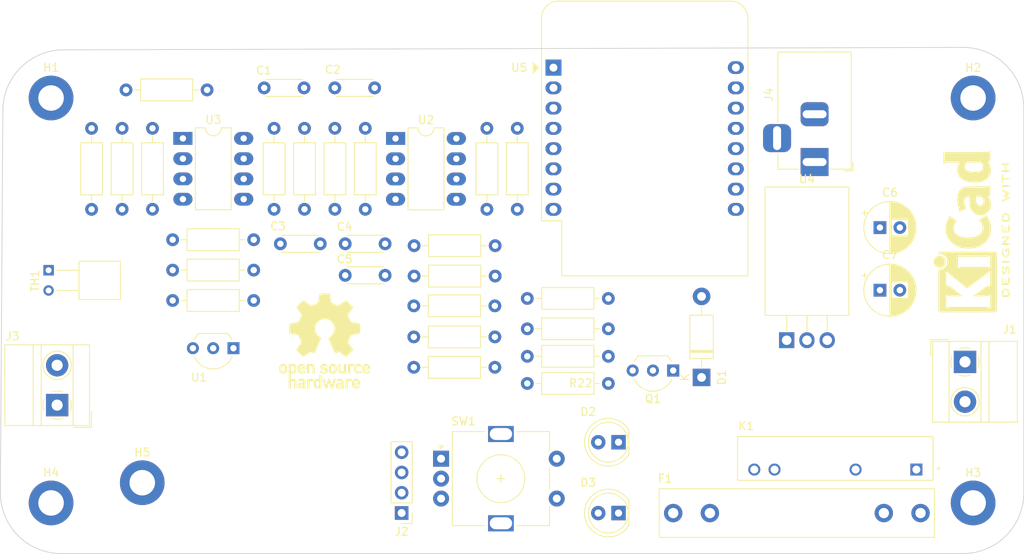
<source format=kicad_pcb>
(kicad_pcb (version 20221018) (generator pcbnew)
  (layers (0 "F.Cu" signal) (31 "B.Cu" signal) (34 "B.Paste" user) (35 "F.Paste" user) (36 "B.SilkS" user "B.Silkscreen") (37 "F.SilkS" user "F.Silkscreen") (38 "B.Mask" user) (39 "F.Mask" user) (44 "Edge.Cuts" user))
  (net 0 "")
  (net 1 "GND")
  (net 2 "/ENC_A")
  (net 3 "/ENC_B")
  (net 4 "Net-(D1-K)")
  (net 5 "+5V")
  (net 6 "AC")
  (net 7 "Net-(J1-Pin_2)")
  (net 8 "/OLED_SCL")
  (net 9 "/OLED_SDA")
  (net 10 "Net-(Q1-B)")
  (net 11 "+2V5")
  (net 12 "/pt100_out")
  (net 13 "/SSR_in")
  (net 14 "Net-(R16-Pad1)")
  (net 15 "/ENC_SW")
  (net 16 "/Sallen-Key_out")
  (net 17 "Net-(C1-Pad1)")
  (net 18 "Net-(C1-Pad2)")
  (net 19 "Net-(U3A-+)")
  (net 20 "Net-(U2A-+)")
  (net 21 "Net-(R3-Pad2)")
  (net 22 "Net-(U2B--)")
  (net 23 "Net-(U2A--)")
  (net 24 "Net-(R10-Pad1)")
  (net 25 "Net-(U3B-+)")
  (net 26 "Net-(U3A--)")
  (net 27 "Net-(R17-Pad1)")
  (net 35 "Net-(D2-A)")
  (net 36 "Net-(D3-A)")
  (net 37 "Net-(K1-L2)")
  (net 38 "Net-(K1-+)")
  (net 39 "Net-(U4-IN)")
  (footprint "Resistor_THT:R_Axial_DIN0207_L6.3mm_D2.5mm_P10.16mm_Horizontal" (layer "F.Cu") (at 110.49 71.12)
    (fp_text reference "R10" hide)
    (fp_text value "5.1K")
    (pad "1" thru_hole circle (at 0 0) (size 1.6 1.6) (drill 0.8) (layers "*.Cu" "*.Mask") (net 24 "Net-(R10-Pad1)"))
    (pad "2" thru_hole oval (at 10.16 0) (size 1.6 1.6) (drill 0.8) (layers "*.Cu" "*.Mask") (net 25 "Net-(U3B-+)"))
  )
  (footprint "Resistor_THT:R_Axial_DIN0207_L6.3mm_D2.5mm_P10.16mm_Horizontal" (layer "F.Cu") (at 140.716 83.312)
    (fp_text reference "R21" hide)
    (fp_text value "10k")
    (pad "1" thru_hole circle (at 0 0) (size 1.6 1.6) (drill 0.8) (layers "*.Cu" "*.Mask") (net 27 "Net-(R17-Pad1)"))
    (pad "2" thru_hole oval (at 10.16 0) (size 1.6 1.6) (drill 0.8) (layers "*.Cu" "*.Mask") (net 3 "/ENC_B"))
  )
  (footprint "Resistor_THT:R_Axial_DIN0207_L6.3mm_D2.5mm_P10.16mm_Horizontal" (layer "F.Cu") (at 165.1 89.149329 180)
    (fp_text reference "R22" (at 3.469346 0.040267) (layer "F.SilkS"))
    (fp_text value "1k" hide)
    (pad "1" thru_hole circle (at 0 0 180) (size 1.6 1.6) (drill 0.8) (layers "*.Cu" "*.Mask") (net 36 "Net-(D3-A)"))
    (pad "2" thru_hole oval (at 10.16 0 180) (size 1.6 1.6) (drill 0.8) (layers "*.Cu" "*.Mask") (net 5 "+5V"))
  )
  (footprint "Resistor_THT:R_Axial_DIN0207_L6.3mm_D2.5mm_P10.16mm_Horizontal" (layer "F.Cu") (at 127.015 67.3 90)
    (fp_text reference "R2" hide)
    (fp_text value "25k")
    (pad "1" thru_hole circle (at 0 0 90) (size 1.6 1.6) (drill 0.8) (layers "*.Cu" "*.Mask") (net 11 "+2V5"))
    (pad "2" thru_hole oval (at 10.16 0 90) (size 1.6 1.6) (drill 0.8) (layers "*.Cu" "*.Mask") (net 20 "Net-(U2A-+)"))
  )
  (footprint "Package_TO_SOT_THT:TO-92-2_Horizontal2" (layer "F.Cu") (at 94.94 74.945 -90)
    (fp_text reference "TH1" (at 1.35 1.7 90) (layer "F.SilkS"))
    (fp_text value "PT100")
    (pad "1" thru_hole rect (at 0 0 180) (size 1.3 1.3) (drill 0.75) (layers "*.Cu" "*.Mask") (net 12 "/pt100_out"))
    (pad "2" thru_hole circle (at 2.54 0 180) (size 1.3 1.3) (drill 0.75) (layers "*.Cu" "*.Mask") (net 1 "GND"))
  )
  (footprint "MountingHole:MountingHole_3.2mm_M3_DIN965_Pad" (layer "F.Cu") (at 95.25 53.34)
    (fp_text reference "H1" (at 0 -3.8) (layer "F.SilkS"))
    (fp_text value "MountingHole_Pad" hide)
    (pad "1" thru_hole circle (at 0 0) (size 5.6 5.6) (drill 3.2) (layers "*.Cu" "*.Mask"))
  )
  (footprint "Package_DIP:DIP-8_W7.62mm_LongPads" (layer "F.Cu") (at 111.775 58.41)
    (fp_text reference "U3" (at 3.81 -2.33) (layer "F.SilkS"))
    (fp_text value "OPA2134")
    (pad "1" thru_hole rect (at 0 0) (size 2.4 1.6) (drill 0.8) (layers "*.Cu" "*.Mask") (net 24 "Net-(R10-Pad1)"))
    (pad "2" thru_hole oval (at 0 2.54) (size 2.4 1.6) (drill 0.8) (layers "*.Cu" "*.Mask") (net 26 "Net-(U3A--)"))
    (pad "3" thru_hole oval (at 0 5.08) (size 2.4 1.6) (drill 0.8) (layers "*.Cu" "*.Mask") (net 19 "Net-(U3A-+)"))
    (pad "4" thru_hole oval (at 0 7.62) (size 2.4 1.6) (drill 0.8) (layers "*.Cu" "*.Mask") (net 1 "GND"))
    (pad "5" thru_hole oval (at 7.62 7.62) (size 2.4 1.6) (drill 0.8) (layers "*.Cu" "*.Mask") (net 25 "Net-(U3B-+)"))
    (pad "6" thru_hole oval (at 7.62 5.08) (size 2.4 1.6) (drill 0.8) (layers "*.Cu" "*.Mask") (net 16 "/Sallen-Key_out"))
    (pad "7" thru_hole oval (at 7.62 2.54) (size 2.4 1.6) (drill 0.8) (layers "*.Cu" "*.Mask") (net 16 "/Sallen-Key_out"))
    (pad "8" thru_hole oval (at 7.62 0) (size 2.4 1.6) (drill 0.8) (layers "*.Cu" "*.Mask") (net 5 "+5V"))
  )
  (footprint "Resistor_THT:R_Axial_DIN0207_L6.3mm_D2.5mm_P10.16mm_Horizontal" (layer "F.Cu") (at 140.755639 71.865713)
    (fp_text reference "R16" hide)
    (fp_text value "10k")
    (pad "1" thru_hole circle (at 0 0) (size 1.6 1.6) (drill 0.8) (layers "*.Cu" "*.Mask") (net 14 "Net-(R16-Pad1)"))
    (pad "2" thru_hole oval (at 10.16 0) (size 1.6 1.6) (drill 0.8) (layers "*.Cu" "*.Mask") (net 5 "+5V"))
  )
  (footprint "Resistor_THT:R_Axial_DIN0207_L6.3mm_D2.5mm_P10.16mm_Horizontal" (layer "F.Cu") (at 154.94 85.746)
    (fp_text reference "R18" hide)
    (fp_text value "1k")
    (pad "1" thru_hole circle (at 0 0) (size 1.6 1.6) (drill 0.8) (layers "*.Cu" "*.Mask") (net 35 "Net-(D2-A)"))
    (pad "2" thru_hole oval (at 10.16 0) (size 1.6 1.6) (drill 0.8) (layers "*.Cu" "*.Mask") (net 38 "Net-(K1-+)"))
  )
  (footprint "LED_THT:LED_D5.0mm" (layer "F.Cu") (at 166.375 96.52 180)
    (fp_text reference "D2" (at 3.81 3.81) (layer "F.SilkS"))
    (fp_text value "SSR")
    (pad "1" thru_hole rect (at 0 0 180) (size 1.8 1.8) (drill 0.9) (layers "*.Cu" "*.Mask") (net 1 "GND"))
    (pad "2" thru_hole circle (at 2.54 0 180) (size 1.8 1.8) (drill 0.9) (layers "*.Cu" "*.Mask") (net 35 "Net-(D2-A)"))
  )
  (footprint "Capacitor_THT:C_Disc_D4.3mm_W1.9mm_P5.00mm" (layer "F.Cu") (at 132.12 71.628)
    (fp_text reference "C4" (at -0.08 -2.138) (layer "F.SilkS"))
    (fp_text value "10nF")
    (pad "1" thru_hole circle (at 0 0) (size 1.6 1.6) (drill 0.8) (layers "*.Cu" "*.Mask") (net 2 "/ENC_A"))
    (pad "2" thru_hole circle (at 5 0) (size 1.6 1.6) (drill 0.8) (layers "*.Cu" "*.Mask") (net 1 "GND"))
  )
  (footprint "Module:WEMOS_D1_mini_light" (layer "F.Cu") (at 158.219 49.53)
    (fp_text reference "U5" (at -4.295 0) (layer "F.SilkS"))
    (fp_text value "WeMos_D1_mini")
    (pad "1" thru_hole rect (at 0 0) (size 2 2) (drill 1) (layers "*.Cu" "*.Mask"))
    (pad "2" thru_hole oval (at 0 2.54) (size 2 1.6) (drill 1) (layers "*.Cu" "*.Mask") (net 16 "/Sallen-Key_out"))
    (pad "3" thru_hole oval (at 0 5.08) (size 2 1.6) (drill 1) (layers "*.Cu" "*.Mask") (net 13 "/SSR_in"))
    (pad "4" thru_hole oval (at 0 7.62) (size 2 1.6) (drill 1) (layers "*.Cu" "*.Mask"))
    (pad "5" thru_hole oval (at 0 10.16) (size 2 1.6) (drill 1) (layers "*.Cu" "*.Mask"))
    (pad "6" thru_hole oval (at 0 12.7) (size 2 1.6) (drill 1) (layers "*.Cu" "*.Mask"))
    (pad "7" thru_hole oval (at 0 15.24) (size 2 1.6) (drill 1) (layers "*.Cu" "*.Mask") (net 15 "/ENC_SW"))
    (pad "8" thru_hole oval (at 0 17.78) (size 2 1.6) (drill 1) (layers "*.Cu" "*.Mask"))
    (pad "9" thru_hole oval (at 22.86 17.78) (size 2 1.6) (drill 1) (layers "*.Cu" "*.Mask") (net 5 "+5V"))
    (pad "10" thru_hole oval (at 22.86 15.24) (size 2 1.6) (drill 1) (layers "*.Cu" "*.Mask") (net 1 "GND"))
    (pad "11" thru_hole oval (at 22.86 12.7) (size 2 1.6) (drill 1) (layers "*.Cu" "*.Mask") (net 3 "/ENC_B"))
    (pad "12" thru_hole oval (at 22.86 10.16) (size 2 1.6) (drill 1) (layers "*.Cu" "*.Mask") (net 2 "/ENC_A"))
    (pad "13" thru_hole oval (at 22.86 7.62) (size 2 1.6) (drill 1) (layers "*.Cu" "*.Mask") (net 9 "/OLED_SDA"))
    (pad "14" thru_hole oval (at 22.86 5.08) (size 2 1.6) (drill 1) (layers "*.Cu" "*.Mask") (net 8 "/OLED_SCL"))
    (pad "15" thru_hole oval (at 22.86 2.54) (size 2 1.6) (drill 1) (layers "*.Cu" "*.Mask"))
    (pad "16" thru_hole oval (at 22.86 0) (size 2 1.6) (drill 1) (layers "*.Cu" "*.Mask"))
  )
  (footprint "Connector_BarrelJack:BarrelJack_Horizontal" (layer "F.Cu") (at 190.9495 61.372 -90)
    (fp_text reference "J4" (at -8.45 5.75 90) (layer "F.SilkS"))
    (fp_text value "Barrel_Jack_Switch_Pin3Ring" hide)
    (pad "1" thru_hole rect (at 0 0 270) (size 3.5 3.5) (drill oval 1 3) (layers "*.Cu" "*.Mask") (net 39 "Net-(U4-IN)"))
    (pad "2" thru_hole roundrect (at -6 0 270) (size 3 3.5) (drill oval 1 3) (layers "*.Cu" "*.Mask") (net 1 "GND"))
    (pad "3" thru_hole roundrect (at -3 4.7 270) (size 3.5 3.5) (drill oval 3 1) (layers "*.Cu" "*.Mask") (net 1 "GND"))
  )
  (footprint "Package_DIP:DIP-8_W7.62mm_LongPads" (layer "F.Cu") (at 138.43 58.42)
    (fp_text reference "U2" (at 3.81 -2.33) (layer "F.SilkS"))
    (fp_text value "OPA2134")
    (pad "1" thru_hole rect (at 0 0) (size 2.4 1.6) (drill 0.8) (layers "*.Cu" "*.Mask") (net 21 "Net-(R3-Pad2)"))
    (pad "2" thru_hole oval (at 0 2.54) (size 2.4 1.6) (drill 0.8) (layers "*.Cu" "*.Mask") (net 23 "Net-(U2A--)"))
    (pad "3" thru_hole oval (at 0 5.08) (size 2.4 1.6) (drill 0.8) (layers "*.Cu" "*.Mask") (net 20 "Net-(U2A-+)"))
    (pad "4" thru_hole oval (at 0 7.62) (size 2.4 1.6) (drill 0.8) (layers "*.Cu" "*.Mask") (net 1 "GND"))
    (pad "5" thru_hole oval (at 7.62 7.62) (size 2.4 1.6) (drill 0.8) (layers "*.Cu" "*.Mask") (net 12 "/pt100_out"))
    (pad "6" thru_hole oval (at 7.62 5.08) (size 2.4 1.6) (drill 0.8) (layers "*.Cu" "*.Mask") (net 22 "Net-(U2B--)"))
    (pad "7" thru_hole oval (at 7.62 2.54) (size 2.4 1.6) (drill 0.8) (layers "*.Cu" "*.Mask") (net 22 "Net-(U2B--)"))
    (pad "8" thru_hole oval (at 7.62 0) (size 2.4 1.6) (drill 0.8) (layers "*.Cu" "*.Mask") (net 5 "+5V"))
  )
  (footprint "Resistor_THT:R_Axial_DIN0207_L6.3mm_D2.5mm_P10.16mm_Horizontal" (layer "F.Cu") (at 107.965 67.3 90)
    (fp_text reference "R9" hide)
    (fp_text value "107k")
    (pad "1" thru_hole circle (at 0 0 90) (size 1.6 1.6) (drill 0.8) (layers "*.Cu" "*.Mask") (net 19 "Net-(U3A-+)"))
    (pad "2" thru_hole oval (at 10.16 0 90) (size 1.6 1.6) (drill 0.8) (layers "*.Cu" "*.Mask") (net 18 "Net-(C1-Pad2)"))
  )
  (footprint "Fuse:Fuseholder_Littelfuse_100_series_5x30mm" (layer "F.Cu") (at 173.228 105.41)
    (fp_text reference "F1" (at -1.016 -4.318 unlocked) (layer "F.SilkS"))
    (fp_text value "Fuse")
    (pad "1" thru_hole circle (at 0 0) (size 2.3 2.3) (drill 1.3) (layers "*.Cu" "*.Mask") (net 37 "Net-(K1-L2)"))
    (pad "1" thru_hole circle (at 4.6 0) (size 2.3 2.3) (drill 1.3) (layers "*.Cu" "*.Mask") (net 37 "Net-(K1-L2)"))
    (pad "2" thru_hole circle (at 26.4 0) (size 2.3 2.3) (drill 1.3) (layers "*.Cu" "*.Mask") (net 6 "AC"))
    (pad "2" thru_hole circle (at 31 0) (size 2.3 2.3) (drill 1.3) (layers "*.Cu" "*.Mask") (net 6 "AC"))
  )
  (footprint "Resistor_THT:R_Axial_DIN0207_L6.3mm_D2.5mm_P10.16mm_Horizontal" (layer "F.Cu") (at 104.155 57.14 -90)
    (fp_text reference "R8" hide)
    (fp_text value "17.4k")
    (pad "1" thru_hole circle (at 0 0 270) (size 1.6 1.6) (drill 0.8) (layers "*.Cu" "*.Mask") (net 18 "Net-(C1-Pad2)"))
    (pad "2" thru_hole oval (at 10.16 0 270) (size 1.6 1.6) (drill 0.8) (layers "*.Cu" "*.Mask") (net 12 "/pt100_out"))
  )
  (footprint "Package_TO_SOT_THT:TO-92_Inline_Wide" (layer "F.Cu") (at 118.11 84.73 180)
    (fp_text reference "U1" (at 4.318 -3.662) (layer "F.SilkS"))
    (fp_text value "TL431LP")
    (pad "1" thru_hole rect (at 0 0 180) (size 1.5 1.5) (drill 0.8) (layers "*.Cu" "*.Mask") (net 11 "+2V5"))
    (pad "2" thru_hole circle (at 2.54 0 180) (size 1.5 1.5) (drill 0.8) (layers "*.Cu" "*.Mask") (net 1 "GND"))
    (pad "3" thru_hole circle (at 5.08 0 180) (size 1.5 1.5) (drill 0.8) (layers "*.Cu" "*.Mask") (net 11 "+2V5"))
  )
  (footprint "Resistor_THT:R_Axial_DIN0207_L6.3mm_D2.5mm_P10.16mm_Horizontal" (layer "F.Cu") (at 154.94 78.486)
    (fp_text reference "R14" hide)
    (fp_text value "10k")
    (pad "1" thru_hole circle (at 0 0) (size 1.6 1.6) (drill 0.8) (layers "*.Cu" "*.Mask") (net 10 "Net-(Q1-B)"))
    (pad "2" thru_hole oval (at 10.16 0) (size 1.6 1.6) (drill 0.8) (layers "*.Cu" "*.Mask") (net 4 "Net-(D1-K)"))
  )
  (footprint "MountingHole:MountingHole_3.2mm_M3_DIN965_Pad" (layer "F.Cu") (at 210.82 53.34)
    (fp_text reference "H2" (at 0 -3.8) (layer "F.SilkS"))
    (fp_text value "MountingHole_Pad" hide)
    (pad "1" thru_hole circle (at 0 0) (size 5.6 5.6) (drill 3.2) (layers "*.Cu" "*.Mask"))
  )
  (footprint "Symbol:KiCad-Logo2_8mm_SilkScreen" (layer "F.Cu") (at 209.804 70.104 90)
    (fp_text reference "REF**" hide)
    (fp_text value "KiCad-Logo2_8mm_SilkScreen" hide)
  )
  (footprint "Resistor_THT:R_Axial_DIN0207_L6.3mm_D2.5mm_P10.16mm_Horizontal" (layer "F.Cu") (at 154.94 82.296)
    (fp_text reference "R15" hide)
    (fp_text value "10k")
    (pad "1" thru_hole circle (at 0 0) (size 1.6 1.6) (drill 0.8) (layers "*.Cu" "*.Mask") (net 13 "/SSR_in"))
    (pad "2" thru_hole oval (at 10.16 0) (size 1.6 1.6) (drill 0.8) (layers "*.Cu" "*.Mask") (net 10 "Net-(Q1-B)"))
  )
  (footprint "Diode_THT:D_DO-41_SOD81_P10.16mm_Horizontal" (layer "F.Cu") (at 176.784 88.392 90)
    (fp_text reference "D1" (at 0 2.54 90) (layer "F.SilkS"))
    (fp_text value "1N4001")
    (fp_text user "K" (at 0 -2.1 90) (layer "F.SilkS"))
    (pad "1" thru_hole rect (at 0 0 90) (size 2.2 2.2) (drill 1.1) (layers "*.Cu" "*.Mask") (net 4 "Net-(D1-K)"))
    (pad "2" thru_hole oval (at 10.16 0 90) (size 2.2 2.2) (drill 1.1) (layers "*.Cu" "*.Mask") (net 5 "+5V"))
  )
  (footprint "Capacitor_THT:C_Disc_D4.3mm_W1.9mm_P5.00mm" (layer "F.Cu") (at 123.992 71.628)
    (fp_text reference "C3" (at -0.294 -2.2) (layer "F.SilkS"))
    (fp_text value "180nF")
    (pad "1" thru_hole circle (at 0 0) (size 1.6 1.6) (drill 0.8) (layers "*.Cu" "*.Mask") (net 19 "Net-(U3A-+)"))
    (pad "2" thru_hole circle (at 5 0) (size 1.6 1.6) (drill 0.8) (layers "*.Cu" "*.Mask") (net 1 "GND"))
  )
  (footprint "Package_TO_SOT_THT:TO-220F-3_Horizontal_TabDown" (layer "F.Cu") (at 187.452 83.726)
    (fp_text reference "U4" (at 2.54 -20.22) (layer "F.SilkS"))
    (fp_text value "L7805")
    (pad "" np_thru_hole oval (at 2.54 -15.8) (size 3.5 3.5) (drill 3.5) (layers "*.Cu" "*.Mask"))
    (pad "1" thru_hole rect (at 0 0) (size 1.905 2) (drill 1.2) (layers "*.Cu" "*.Mask") (net 39 "Net-(U4-IN)"))
    (pad "2" thru_hole oval (at 2.54 0) (size 1.905 2) (drill 1.2) (layers "*.Cu" "*.Mask") (net 1 "GND"))
    (pad "3" thru_hole oval (at 5.08 0) (size 1.905 2) (drill 1.2) (layers "*.Cu" "*.Mask") (net 5 "+5V"))
  )
  (footprint "Resistor_THT:R_Axial_DIN0207_L6.3mm_D2.5mm_P10.16mm_Horizontal" (layer "F.Cu") (at 100.33 67.31 90)
    (fp_text reference "R12" hide)
    (fp_text value "3.09k")
    (pad "1" thru_hole circle (at 0 0 90) (size 1.6 1.6) (drill 0.8) (layers "*.Cu" "*.Mask") (net 1 "GND"))
    (pad "2" thru_hole oval (at 10.16 0 90) (size 1.6 1.6) (drill 0.8) (layers "*.Cu" "*.Mask") (net 26 "Net-(U3A--)"))
  )
  (footprint "LED_THT:LED_D5.0mm" (layer "F.Cu") (at 166.375 105.41 180)
    (fp_text reference "D3" (at 3.81 3.81) (layer "F.SilkS"))
    (fp_text value "POWER_LED")
    (pad "1" thru_hole rect (at 0 0 180) (size 1.8 1.8) (drill 0.9) (layers "*.Cu" "*.Mask") (net 1 "GND"))
    (pad "2" thru_hole circle (at 2.54 0 180) (size 1.8 1.8) (drill 0.9) (layers "*.Cu" "*.Mask") (net 36 "Net-(D3-A)"))
  )
  (footprint "Symbol:OSHW-Logo_11.4x12mm_SilkScreen" (layer "F.Cu") (at 129.54 83.82)
    (fp_text reference "REF**" hide)
    (fp_text value "OSHW-Logo_11.4x12mm_SilkScreen" hide)
  )
  (footprint "Resistor_THT:R_Axial_DIN0207_L6.3mm_D2.5mm_P10.16mm_Horizontal" (layer "F.Cu") (at 140.755639 75.675713)
    (fp_text reference "R20" hide)
    (fp_text value "10k")
    (pad "1" thru_hole circle (at 0 0) (size 1.6 1.6) (drill 0.8) (layers "*.Cu" "*.Mask") (net 14 "Net-(R16-Pad1)"))
    (pad "2" thru_hole oval (at 10.16 0) (size 1.6 1.6) (drill 0.8) (layers "*.Cu" "*.Mask") (net 2 "/ENC_A"))
  )
  (footprint "Resistor_THT:R_Axial_DIN0207_L6.3mm_D2.5mm_P10.16mm_Horizontal" (layer "F.Cu") (at 153.685 67.3 90)
    (fp_text reference "R3" hide)
    (fp_text value "2.5k")
    (pad "1" thru_hole circle (at 0 0 90) (size 1.6 1.6) (drill 0.8) (layers "*.Cu" "*.Mask") (net 12 "/pt100_out"))
    (pad "2" thru_hole oval (at 10.16 0 90) (size 1.6 1.6) (drill 0.8) (layers "*.Cu" "*.Mask") (net 21 "Net-(R3-Pad2)"))
  )
  (footprint "Package_TO_SOT_THT:TO-92_Inline_Wide" (layer "F.Cu") (at 173.228 87.524 180)
    (fp_text reference "Q1" (at 2.54 -3.56) (layer "F.SilkS"))
    (fp_text value "BC557")
    (pad "1" thru_hole rect (at 0 0 180) (size 1.5 1.5) (drill 0.8) (layers "*.Cu" "*.Mask") (net 38 "Net-(K1-+)"))
    (pad "2" thru_hole circle (at 2.54 0 180) (size 1.5 1.5) (drill 0.8) (layers "*.Cu" "*.Mask") (net 10 "Net-(Q1-B)"))
    (pad "3" thru_hole circle (at 5.08 0 180) (size 1.5 1.5) (drill 0.8) (layers "*.Cu" "*.Mask") (net 4 "Net-(D1-K)"))
  )
  (footprint "Rotary_Encoder:RotaryEncoder_Alps_EC11E-Switch_Vertical_H20mm" (layer "F.Cu") (at 144.134 98.592)
    (fp_text reference "SW1" (at 2.8 -4.7) (layer "F.SilkS"))
    (fp_text value "RotaryEncoder_Switch")
    (pad "A" thru_hole rect (at 0 0) (size 2 2) (drill 1) (layers "*.Cu" "*.Mask") (net 27 "Net-(R17-Pad1)"))
    (pad "B" thru_hole circle (at 0 5) (size 2 2) (drill 1) (layers "*.Cu" "*.Mask") (net 14 "Net-(R16-Pad1)"))
    (pad "C" thru_hole circle (at 0 2.5) (size 2 2) (drill 1) (layers "*.Cu" "*.Mask") (net 1 "GND"))
    (pad "MP" thru_hole rect (at 7.5 -3.1) (size 3.2 2) (drill oval 2.8 1.5) (layers "*.Cu" "*.Mask"))
    (pad "MP" thru_hole rect (at 7.5 8.1) (size 3.2 2) (drill oval 2.8 1.5) (layers "*.Cu" "*.Mask"))
    (pad "S1" thru_hole circle (at 14.5 5) (size 2 2) (drill 1) (layers "*.Cu" "*.Mask") (net 15 "/ENC_SW"))
    (pad "S2" thru_hole circle (at 14.5 0) (size 2 2) (drill 1) (layers "*.Cu" "*.Mask") (net 1 "GND"))
  )
  (footprint "TerminalBlock_MetzConnect:TerminalBlock_MetzConnect_Type011_RT05502HBWC_1x02_P5.00mm_Horizontal" (layer "F.Cu") (at 209.804 86.44 -90)
    (fp_text reference "J1" (at -4.064 -5.588 -180) (layer "F.SilkS"))
    (fp_text value "AC_Con")
    (pad "1" thru_hole rect (at 0 0 270) (size 2.8 2.8) (drill 1.4) (layers "*.Cu" "*.Mask") (net 6 "AC"))
    (pad "2" thru_hole circle (at 5 0 270) (size 2.8 2.8) (drill 1.4) (layers "*.Cu" "*.Mask") (net 7 "Net-(J1-Pin_2)"))
  )
  (footprint "Capacitor_THT:CP_Radial_D6.3mm_P2.50mm" (layer "F.Cu") (at 199.136 77.446)
    (fp_text reference "C7" (at 1.25 -4.4) (layer "F.SilkS"))
    (fp_text value "0.1uF")
    (pad "1" thru_hole rect (at 0 0) (size 1.6 1.6) (drill 0.8) (layers "*.Cu" "*.Mask") (net 5 "+5V"))
    (pad "2" thru_hole circle (at 2.5 0) (size 1.6 1.6) (drill 0.8) (layers "*.Cu" "*.Mask") (net 1 "GND"))
  )
  (footprint "TerminalBlock_MetzConnect:TerminalBlock_MetzConnect_Type011_RT05502HBWC_1x02_P5.00mm_Horizontal" (layer "F.Cu") (at 96.012 91.868 90)
    (fp_text reference "J3" (at 8.636 -5.588 180) (layer "F.SilkS"))
    (fp_text value "PTC_Con")
    (pad "1" thru_hole rect (at 0 0 90) (size 2.8 2.8) (drill 1.4) (layers "*.Cu" "*.Mask") (net 12 "/pt100_out"))
    (pad "2" thru_hole circle (at 5 0 90) (size 2.8 2.8) (drill 1.4) (layers "*.Cu" "*.Mask") (net 1 "GND"))
  )
  (footprint "Resistor_THT:R_Axial_DIN0207_L6.3mm_D2.5mm_P10.16mm_Horizontal" (layer "F.Cu") (at 140.716 87.122)
    (fp_text reference "R19" hide)
    (fp_text value "10k")
    (pad "1" thru_hole circle (at 0 0) (size 1.6 1.6) (drill 0.8) (layers "*.Cu" "*.Mask") (net 15 "/ENC_SW"))
    (pad "2" thru_hole oval (at 10.16 0) (size 1.6 1.6) (drill 0.8) (layers "*.Cu" "*.Mask") (net 5 "+5V"))
  )
  (footprint "Resistor_THT:R_Axial_DIN0207_L6.3mm_D2.5mm_P10.16mm_Horizontal" (layer "F.Cu") (at 130.825 57.14 -90)
    (fp_text reference "R6" hide)
    (fp_text value "25k")
    (pad "1" thru_hole circle (at 0 0 270) (size 1.6 1.6) (drill 0.8) (layers "*.Cu" "*.Mask") (net 21 "Net-(R3-Pad2)"))
    (pad "2" thru_hole oval (at 10.16 0 270) (size 1.6 1.6) (drill 0.8) (layers "*.Cu" "*.Mask") (net 23 "Net-(U2A--)"))
  )
  (footprint "MountingHole:MountingHole_3.2mm_M3_DIN965_Pad" (layer "F.Cu") (at 210.82 104.14)
    (fp_text reference "H3" (at 0 -3.8) (layer "F.SilkS"))
    (fp_text value "MountingHole_Pad" hide)
    (pad "1" thru_hole circle (at 0 0) (size 5.6 5.6) (drill 3.2) (layers "*.Cu" "*.Mask"))
  )
  (footprint "Resistor_THT:R_Axial_DIN0207_L6.3mm_D2.5mm_P10.16mm_Horizontal" (layer "F.Cu") (at 134.635 67.3 90)
    (fp_text reference "R5" hide)
    (fp_text value "25k")
    (pad "1" thru_hole circle (at 0 0 90) (size 1.6 1.6) (drill 0.8) (layers "*.Cu" "*.Mask") (net 1 "GND"))
    (pad "2" thru_hole oval (at 10.16 0 90) (size 1.6 1.6) (drill 0.8) (layers "*.Cu" "*.Mask") (net 23 "Net-(U2A--)"))
  )
  (footprint "Resistor_THT:R_Axial_DIN0207_L6.3mm_D2.5mm_P10.16mm_Horizontal" (layer "F.Cu") (at 110.49 74.93)
    (fp_text reference "R7" hide)
    (fp_text value "1k")
    (pad "1" thru_hole circle (at 0 0) (size 1.6 1.6) (drill 0.8) (layers "*.Cu" "*.Mask") (net 24 "Net-(R10-Pad1)"))
    (pad "2" thru_hole oval (at 10.16 0) (size 1.6 1.6) (drill 0.8) (layers "*.Cu" "*.Mask") (net 17 "Net-(C1-Pad1)"))
  )
  (footprint "Resistor_THT:R_Axial_DIN0207_L6.3mm_D2.5mm_P10.16mm_Horizontal" (layer "F.Cu") (at 140.716 79.415825)
    (fp_text reference "R17" hide)
    (fp_text value "10k")
    (pad "1" thru_hole circle (at 0 0) (size 1.6 1.6) (drill 0.8) (layers "*.Cu" "*.Mask") (net 27 "Net-(R17-Pad1)"))
    (pad "2" thru_hole oval (at 10.16 0) (size 1.6 1.6) (drill 0.8) (layers "*.Cu" "*.Mask") (net 5 "+5V"))
  )
  (footprint "Connector_PinHeader_2.54mm:PinHeader_1x04_P2.54mm_Vertical" (layer "F.Cu") (at 139.192 105.4 180)
    (fp_text reference "J2" (at 0 -2.33) (layer "F.SilkS"))
    (fp_text value "OLED 0.91")
    (pad "1" thru_hole rect (at 0 0 180) (size 1.7 1.7) (drill 1) (layers "*.Cu" "*.Mask") (net 8 "/OLED_SCL"))
    (pad "2" thru_hole oval (at 0 2.54 180) (size 1.7 1.7) (drill 1) (layers "*.Cu" "*.Mask") (net 9 "/OLED_SDA"))
    (pad "3" thru_hole oval (at 0 5.08 180) (size 1.7 1.7) (drill 1) (layers "*.Cu" "*.Mask") (net 5 "+5V"))
    (pad "4" thru_hole oval (at 0 7.62 180) (size 1.7 1.7) (drill 1) (layers "*.Cu" "*.Mask") (net 1 "GND"))
  )
  (footprint "Resistor_THT:R_Axial_DIN0207_L6.3mm_D2.5mm_P10.16mm_Horizontal" (layer "F.Cu") (at 149.875 67.3 90)
    (fp_text reference "R4" hide)
    (fp_text value "25k")
    (pad "1" thru_hole circle (at 0 0 90) (size 1.6 1.6) (drill 0.8) (layers "*.Cu" "*.Mask") (net 20 "Net-(U2A-+)"))
    (pad "2" thru_hole oval (at 10.16 0 90) (size 1.6 1.6) (drill 0.8) (layers "*.Cu" "*.Mask") (net 22 "Net-(U2B--)"))
  )
  (footprint "MountingHole:MountingHole_3.2mm_M3_DIN965_Pad" (layer "F.Cu") (at 95.25 104.14)
    (fp_text reference "H4" (at 0 -3.8) (layer "F.SilkS"))
    (fp_text value "MountingHole_Pad" hide)
    (pad "1" thru_hole circle (at 0 0) (size 5.6 5.6) (drill 3.2) (layers "*.Cu" "*.Mask"))
  )
  (footprint "MountingHole:MountingHole_3.2mm_M3_DIN965_Pad" (layer "F.Cu") (at 106.68 101.6)
    (fp_text reference "H5" (at 0 -3.8) (layer "F.SilkS"))
    (fp_text value "MountingHole_Pad" hide)
    (pad "1" thru_hole circle (at 0 0) (size 5.6 5.6) (drill 3.2) (layers "*.Cu" "*.Mask"))
  )
  (footprint "Resistor_THT:R_Axial_DIN0207_L6.3mm_D2.5mm_P10.16mm_Horizontal" (layer "F.Cu") (at 110.49 78.74)
    (fp_text reference "R11" hide)
    (fp_text value "10k")
    (pad "1" thru_hole circle (at 0 0) (size 1.6 1.6) (drill 0.8) (layers "*.Cu" "*.Mask") (net 1 "GND"))
    (pad "2" thru_hole oval (at 10.16 0) (size 1.6 1.6) (drill 0.8) (layers "*.Cu" "*.Mask") (net 25 "Net-(U3B-+)"))
  )
  (footprint "Resistor_THT:R_Axial_DIN0207_L6.3mm_D2.5mm_P10.16mm_Horizontal" (layer "F.Cu") (at 123.205 57.14 -90)
    (fp_text reference "R1" hide)
    (fp_text value "25k")
    (pad "1" thru_hole circle (at 0 0 270) (size 1.6 1.6) (drill 0.8) (layers "*.Cu" "*.Mask") (net 5 "+5V"))
    (pad "2" thru_hole oval (at 10.16 0 270) (size 1.6 1.6) (drill 0.8) (layers "*.Cu" "*.Mask") (net 11 "+2V5"))
  )
  (footprint "Capacitor_THT:C_Disc_D4.3mm_W1.9mm_P5.00mm" (layer "F.Cu") (at 132.12 75.586)
    (fp_text reference "C5" (at -0.08 -2.032) (layer "F.SilkS"))
    (fp_text value "10nF")
    (pad "1" thru_hole circle (at 0 0) (size 1.6 1.6) (drill 0.8) (layers "*.Cu" "*.Mask") (net 3 "/ENC_B"))
    (pad "2" thru_hole circle (at 5 0) (size 1.6 1.6) (drill 0.8) (layers "*.Cu" "*.Mask") (net 1 "GND"))
  )
  (footprint "Capacitor_THT:CP_Radial_D6.3mm_P2.50mm" (layer "F.Cu") (at 199.136 69.596)
    (fp_text reference "C6" (at 1.25 -4.4) (layer "F.SilkS"))
    (fp_text value "0.33uF")
    (pad "1" thru_hole rect (at 0 0) (size 1.6 1.6) (drill 0.8) (layers "*.Cu" "*.Mask") (net 39 "Net-(U4-IN)"))
    (pad "2" thru_hole circle (at 2.5 0) (size 1.6 1.6) (drill 0.8) (layers "*.Cu" "*.Mask") (net 1 "GND"))
  )
  (footprint "Capacitor_THT:C_Disc_D4.3mm_W1.9mm_P5.00mm" (layer "F.Cu") (at 130.81 52.07)
    (fp_text reference "C2" (at -0.254 -2.286) (layer "F.SilkS"))
    (fp_text value "390nF")
    (pad "1" thru_hole circle (at 0 0) (size 1.6 1.6) (drill 0.8) (layers "*.Cu" "*.Mask") (net 18 "Net-(C1-Pad2)"))
    (pad "2" thru_hole circle (at 5 0) (size 1.6 1.6) (drill 0.8) (layers "*.Cu" "*.Mask") (net 1 "GND"))
  )
  (footprint "downloadedLibrary:RELAY_G3MB202PDC12" (layer "F.Cu") (at 193.548 98.552 180)
    (fp_text reference "K1" (at 11.176 4.064) (layer "F.SilkS") (effects (font (size 1.001425 1.001425))))
    (fp_text value "G3MB202PDC12")
    (pad "1" thru_hole rect (at -10.16 -1.4 180) (size 1.508 1.508) (drill 1) (layers "*.Cu" "*.Mask") (net 7 "Net-(J1-Pin_2)"))
    (pad "2" thru_hole circle (at -2.54 -1.4 180) (size 1.508 1.508) (drill 1) (layers "*.Cu" "*.Mask") (net 37 "Net-(K1-L2)"))
    (pad "3" thru_hole circle (at 7.62 -1.4 180) (size 1.508 1.508) (drill 1) (layers "*.Cu" "*.Mask") (net 38 "Net-(K1-+)"))
    (pad "4" thru_hole circle (at 10.16 -1.4 180) (size 1.508 1.508) (drill 1) (layers "*.Cu" "*.Mask") (net 1 "GND"))
  )
  (footprint "Capacitor_THT:C_Disc_D4.3mm_W1.9mm_P5.00mm" (layer "F.Cu") (at 121.96 52.07)
    (fp_text reference "C1" (at -0.04 -2.2) (layer "F.SilkS"))
    (fp_text value "68nF")
    (pad "1" thru_hole circle (at 0 0) (size 1.6 1.6) (drill 0.8) (layers "*.Cu" "*.Mask") (net 17 "Net-(C1-Pad1)"))
    (pad "2" thru_hole circle (at 5 0) (size 1.6 1.6) (drill 0.8) (layers "*.Cu" "*.Mask") (net 18 "Net-(C1-Pad2)"))
  )
  (footprint "Resistor_THT:R_Axial_DIN0207_L6.3mm_D2.5mm_P10.16mm_Horizontal" (layer "F.Cu") (at 104.648 52.324)
    (fp_text reference "R13" hide)
    (fp_text value "20k")
    (pad "1" thru_hole circle (at 0 0) (size 1.6 1.6) (drill 0.8) (layers "*.Cu" "*.Mask") (net 26 "Net-(U3A--)"))
    (pad "2" thru_hole oval (at 10.16 0) (size 1.6 1.6) (drill 0.8) (layers "*.Cu" "*.Mask") (net 24 "Net-(R10-Pad1)"))
  )
  (gr_arc (start 89.208154 54.918154) (mid 91.44 49.53) (end 96.828154 47.298154) (stroke (width 0.1)) (layer "Edge.Cuts"))
  (gr_line (start 96.828154 47.298154) (end 209.55 46.99) (stroke (width 0.1)) (layer "Edge.Cuts"))
  (gr_line (start 89.208154 54.918154) (end 88.9 102.87) (stroke (width 0.1)) (layer "Edge.Cuts"))
  (gr_arc (start 96.52 110.49) (mid 91.131846 108.258154) (end 88.9 102.87) (stroke (width 0.1)) (layer "Edge.Cuts"))
  (gr_arc (start 209.55 46.99) (mid 214.938154 49.221846) (end 217.17 54.61) (stroke (width 0.1)) (layer "Edge.Cuts"))
  (gr_line (start 96.52 110.49) (end 209.55 110.49) (stroke (width 0.1)) (layer "Edge.Cuts"))
  (gr_arc (start 217.17 102.87) (mid 214.938154 108.258154) (end 209.55 110.49) (stroke (width 0.1)) (layer "Edge.Cuts"))
  (gr_line (start 217.17 102.87) (end 217.17 54.61) (stroke (width 0.1)) (layer "Edge.Cuts"))
)
</source>
